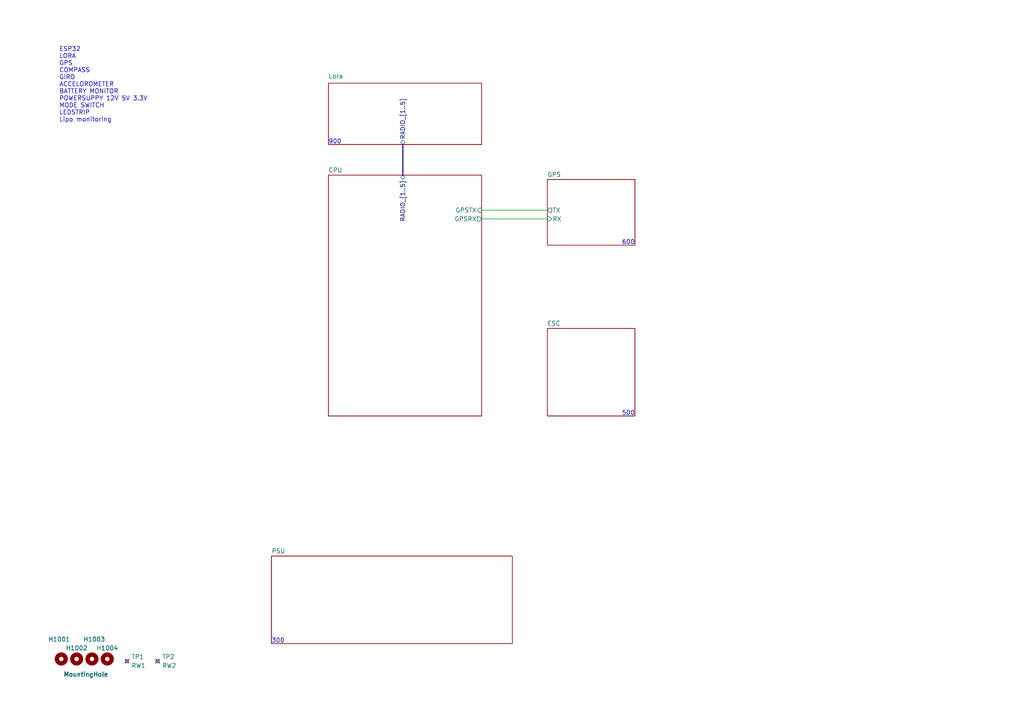
<source format=kicad_sch>
(kicad_sch (version 20231120) (generator "eeschema") (generator_version "8.0")
  (paper "A4")
  (title_block (title "NicE Buoy") (date "2023-06-20") (rev "1.1") (company "NicE Engineering"))
  (lib_symbols
    (symbol "Connector:TestPoint_Small" (pin_numbers hide) (pin_names (offset 0.762) hide)
      (property "Reference" "TP" (at 0 3.81 0))
      (property "Value" "TestPoint_Small" (at 0 2.032 0))
      (symbol "TestPoint_Small_0_1"
        (circle (center 0 0) (radius 0.508))
      )
      (symbol "TestPoint_Small_1_1"
        (pin passive line (at 0 0 90) (length 0) (name "1") (number "1"))
      )
    )
    (symbol "Mechanical:MountingHole" (pin_names (offset 1.016))
      (property "Reference" "H" (at 0 5.08 0))
      (property "Value" "MountingHole" (at 0 3.175 0))
      (symbol "MountingHole_0_1"
        (circle (center 0 0) (radius 1.27) (stroke (width 1.27)))
      )
    )
  )
  (no_connect (at 36.83 191.77))
  (no_connect (at 45.72 191.77))
  (wire (pts (xy 139.7 60.96) (xy 158.75 60.96)))
  (bus (pts (xy 116.84 41.91) (xy 116.84 50.8)))
  (wire (pts (xy 139.7 63.5) (xy 158.75 63.5)))
  (text "300" (at 78.74 186.69 0) (effects (font (size 1.27 1.27)) (justify left bottom)))
  (text "600" (at 180.34 71.12 0) (effects (font (size 1.27 1.27)) (justify left bottom)))
  (text "ESP32\nLORA\nGPS\nCOMPASS\nGIRO\nACCELOROMETER\nBATTERY MONITOR\nPOWERSUPPY 12V 5V 3.3V\nMODE SWITCH\nLEDSTRIP\nLipo monitoring\n" (at 17.145 35.56 0) (effects (font (size 1.27 1.27)) (justify left bottom)))
  (text "900" (at 95.25 41.91 0) (effects (font (size 1.27 1.27)) (justify left bottom)))
  (text "500" (at 180.34 120.65 0) (effects (font (size 1.27 1.27)) (justify left bottom)))
  (symbol (lib_id "Connector:TestPoint_Small") (at 45.72 191.77 0) (unit 1) (in_bom no)
    (property "Reference" "TP2" (at 46.99 190.5 0) (effects (justify left)))
    (property "Value" "RW2" (at 46.99 193.04 0) (effects (justify left)))
    (property "Footprint" "A_Misc:ReworkPins" (effects (hide yes)))
  )
  (symbol (lib_id "Mechanical:MountingHole") (at 31.115 191.135 0) (unit 1) (in_bom no)
    (property "Reference" "H1004" (at 27.94 187.96 0) (effects (justify left)))
    (property "Value" "MountingHole" (at 18.415 195.58 0) (effects (justify left)))
    (property "Footprint" "A_Mechanical:NPTH_M3" (effects (hide yes)))
  )
  (symbol (lib_id "Mechanical:MountingHole") (at 26.67 191.135 0) (unit 1) (in_bom no)
    (property "Reference" "H1003" (at 24.13 185.42 0) (effects (justify left)))
    (property "Value" "MountingHole" (at 18.415 195.58 0) (effects (justify left)))
    (property "Footprint" "A_Mechanical:NPTH_M3" (effects (hide yes)))
  )
  (symbol (lib_id "Connector:TestPoint_Small") (at 36.83 191.77 0) (unit 1) (in_bom no)
    (property "Reference" "TP1" (at 38.1 190.5 0) (effects (justify left)))
    (property "Value" "RW1" (at 38.1 193.04 0) (effects (justify left)))
    (property "Footprint" "A_Misc:ReworkPins" (effects (hide yes)))
  )
  (symbol (lib_id "Mechanical:MountingHole") (at 22.225 191.135 0) (unit 1) (in_bom no)
    (property "Reference" "H1002" (at 19.05 187.96 0) (effects (justify left)))
    (property "Value" "MountingHole" (at 18.415 195.58 0) (effects (justify left)))
    (property "Footprint" "A_Mechanical:NPTH_M3" (effects (hide yes)))
  )
  (symbol (lib_id "Mechanical:MountingHole") (at 17.78 191.135 0) (unit 1) (in_bom no)
    (property "Reference" "H1001" (at 13.97 185.42 0) (effects (justify left)))
    (property "Value" "MountingHole" (at 18.415 195.58 0) (effects (justify left)))
    (property "Footprint" "A_Mechanical:NPTH_M3" (effects (hide yes)))
  )
  (sheet (at 95.25 24.13) (size 44.45 17.78) (stroke (width 0.1524))
    (property "Sheetname" "Lora" (at 95.25 22.86 0) (effects (justify left bottom)))
    (property "Sheetfile" "Lora.kicad_sch" (effects (hide yes)))
    (pin "RADIO_[1..5]" bidirectional (at 116.84 41.91 270))
  )
  (sheet (at 95.25 50.8) (size 44.45 69.85) (stroke (width 0.1524))
    (property "Sheetname" "CPU" (at 95.25 50.0884 0) (effects (justify left bottom)))
    (property "Sheetfile" "CPU_sch.kicad_sch" (effects (hide yes)))
    (pin "GPSRX" output (at 139.7 63.5 0))
    (pin "GPSTX" input (at 139.7 60.96 0))
    (pin "RADIO_[1..5]" bidirectional (at 116.84 50.8 90))
  )
  (sheet (at 158.75 52.07) (size 25.4 19.05) (stroke (width 0.1524))
    (property "Sheetname" "GPS" (at 158.75 51.3584 0) (effects (justify left bottom)))
    (property "Sheetfile" "Gps_sch.kicad_sch" (effects (hide yes)))
    (pin "RX" input (at 158.75 63.5 180))
    (pin "TX" output (at 158.75 60.96 180))
  )
  (sheet (at 78.74 161.29) (size 69.85 25.4) (stroke (width 0.1524))
    (property "Sheetname" "PSU" (at 78.74 160.5784 0) (effects (justify left bottom)))
    (property "Sheetfile" "PSU_sch.kicad_sch" (effects (hide yes)))
  )
  (sheet (at 158.75 95.25) (size 25.4 25.4) (stroke (width 0.1524))
    (property "Sheetname" "ESC" (at 158.75 94.5384 0) (effects (justify left bottom)))
    (property "Sheetfile" "Esc_sch.kicad_sch" (effects (hide yes)))
  )
)
</source>
